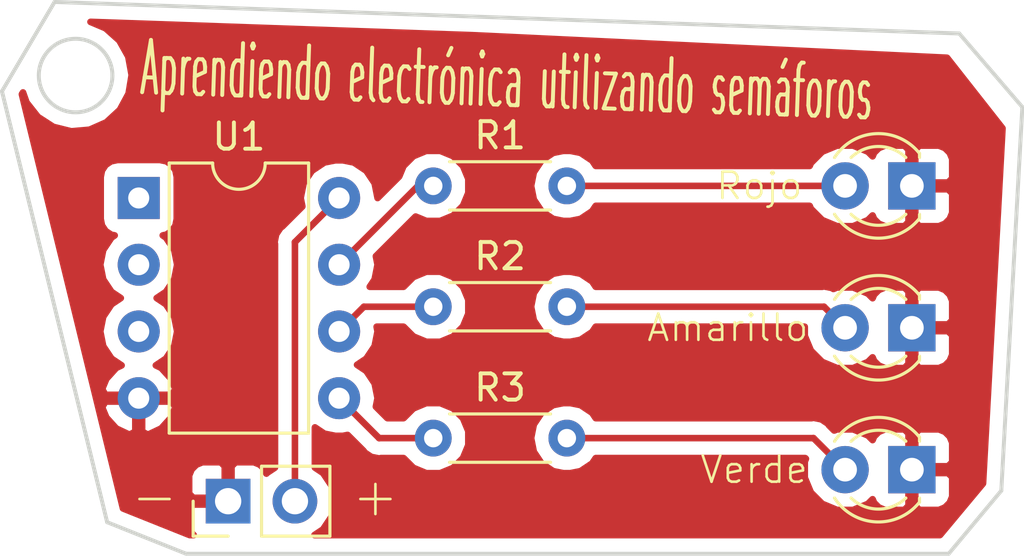
<source format=kicad_pcb>
(kicad_pcb (version 20171130) (host pcbnew 5.0.1-33cea8e~68~ubuntu18.04.1)

  (general
    (thickness 1.6)
    (drawings 15)
    (tracks 14)
    (zones 0)
    (modules 8)
    (nets 12)
  )

  (page A4)
  (layers
    (0 F.Cu signal)
    (31 B.Cu signal)
    (32 B.Adhes user)
    (33 F.Adhes user)
    (34 B.Paste user)
    (35 F.Paste user)
    (36 B.SilkS user)
    (37 F.SilkS user)
    (38 B.Mask user)
    (39 F.Mask user)
    (40 Dwgs.User user)
    (41 Cmts.User user)
    (42 Eco1.User user)
    (43 Eco2.User user)
    (44 Edge.Cuts user)
    (45 Margin user)
    (46 B.CrtYd user)
    (47 F.CrtYd user)
    (48 B.Fab user)
    (49 F.Fab user)
  )

  (setup
    (last_trace_width 0.25)
    (trace_clearance 0.2)
    (zone_clearance 0.508)
    (zone_45_only no)
    (trace_min 0.2)
    (segment_width 0.2)
    (edge_width 0.15)
    (via_size 0.8)
    (via_drill 0.4)
    (via_min_size 0.4)
    (via_min_drill 0.3)
    (uvia_size 0.3)
    (uvia_drill 0.1)
    (uvias_allowed no)
    (uvia_min_size 0.2)
    (uvia_min_drill 0.1)
    (pcb_text_width 0.3)
    (pcb_text_size 1.5 1.5)
    (mod_edge_width 0.15)
    (mod_text_size 1 1)
    (mod_text_width 0.15)
    (pad_size 1.524 1.524)
    (pad_drill 0.762)
    (pad_to_mask_clearance 0.051)
    (solder_mask_min_width 0.25)
    (aux_axis_origin 0 0)
    (visible_elements FFFFFF7F)
    (pcbplotparams
      (layerselection 0x010fc_ffffffff)
      (usegerberextensions false)
      (usegerberattributes false)
      (usegerberadvancedattributes false)
      (creategerberjobfile false)
      (excludeedgelayer true)
      (linewidth 0.100000)
      (plotframeref false)
      (viasonmask false)
      (mode 1)
      (useauxorigin false)
      (hpglpennumber 1)
      (hpglpenspeed 20)
      (hpglpendiameter 15.000000)
      (psnegative false)
      (psa4output false)
      (plotreference true)
      (plotvalue true)
      (plotinvisibletext false)
      (padsonsilk false)
      (subtractmaskfromsilk false)
      (outputformat 1)
      (mirror false)
      (drillshape 1)
      (scaleselection 1)
      (outputdirectory ""))
  )

  (net 0 "")
  (net 1 "Net-(D1-Pad2)")
  (net 2 "Net-(D2-Pad2)")
  (net 3 "Net-(D3-Pad2)")
  (net 4 "Net-(U1-Pad1)")
  (net 5 "Net-(U1-Pad2)")
  (net 6 "Net-(U1-Pad3)")
  (net 7 "Net-(R1-Pad1)")
  (net 8 "Net-(R2-Pad1)")
  (net 9 "Net-(R3-Pad1)")
  (net 10 GND)
  (net 11 +5V)

  (net_class Default "This is the default net class."
    (clearance 0.2)
    (trace_width 0.25)
    (via_dia 0.8)
    (via_drill 0.4)
    (uvia_dia 0.3)
    (uvia_drill 0.1)
    (add_net +5V)
    (add_net GND)
    (add_net "Net-(D1-Pad2)")
    (add_net "Net-(D2-Pad2)")
    (add_net "Net-(D3-Pad2)")
    (add_net "Net-(R1-Pad1)")
    (add_net "Net-(R2-Pad1)")
    (add_net "Net-(R3-Pad1)")
    (add_net "Net-(U1-Pad1)")
    (add_net "Net-(U1-Pad2)")
    (add_net "Net-(U1-Pad3)")
  )

  (module Connector_PinHeader_2.54mm:PinHeader_1x02_P2.54mm_Vertical (layer F.Cu) (tedit 5BEAD502) (tstamp 5C032AA2)
    (at 86.4 84.8 90)
    (descr "Through hole straight pin header, 1x02, 2.54mm pitch, single row")
    (tags "Through hole pin header THT 1x02 2.54mm single row")
    (path /5BEB1586)
    (fp_text reference J1 (at 0 -2.33 90) (layer F.SilkS) hide
      (effects (font (size 1 1) (thickness 0.15)))
    )
    (fp_text value Conn_01x02 (at -1.4 1.6 180) (layer F.Fab)
      (effects (font (size 1 1) (thickness 0.15)))
    )
    (fp_line (start -0.635 -1.27) (end 1.27 -1.27) (layer F.Fab) (width 0.1))
    (fp_line (start 1.27 -1.27) (end 1.27 3.81) (layer F.Fab) (width 0.1))
    (fp_line (start 1.27 3.81) (end -1.27 3.81) (layer F.Fab) (width 0.1))
    (fp_line (start -1.27 3.81) (end -1.27 -0.635) (layer F.Fab) (width 0.1))
    (fp_line (start -1.27 -0.635) (end -0.635 -1.27) (layer F.Fab) (width 0.1))
    (fp_line (start -1.33 3.87) (end 1.33 3.87) (layer F.SilkS) (width 0.12))
    (fp_line (start -1.33 1.27) (end -1.33 3.87) (layer F.SilkS) (width 0.12))
    (fp_line (start 1.33 1.27) (end 1.33 3.87) (layer F.SilkS) (width 0.12))
    (fp_line (start -1.33 1.27) (end 1.33 1.27) (layer F.SilkS) (width 0.12))
    (fp_line (start -1.33 0) (end -1.33 -1.33) (layer F.SilkS) (width 0.12))
    (fp_line (start -1.33 -1.33) (end 0 -1.33) (layer F.SilkS) (width 0.12))
    (fp_line (start -1.8 -1.8) (end -1.8 4.35) (layer F.CrtYd) (width 0.05))
    (fp_line (start -1.8 4.35) (end 1.8 4.35) (layer F.CrtYd) (width 0.05))
    (fp_line (start 1.8 4.35) (end 1.8 -1.8) (layer F.CrtYd) (width 0.05))
    (fp_line (start 1.8 -1.8) (end -1.8 -1.8) (layer F.CrtYd) (width 0.05))
    (fp_text user %R (at 0 1.27 180) (layer F.Fab)
      (effects (font (size 1 1) (thickness 0.15)))
    )
    (pad 1 thru_hole rect (at 0 0 90) (size 1.7 1.7) (drill 1) (layers *.Cu *.Mask)
      (net 10 GND))
    (pad 2 thru_hole oval (at 0 2.54 90) (size 1.7 1.7) (drill 1) (layers *.Cu *.Mask)
      (net 11 +5V))
    (model ${KISYS3DMOD}/Connector_PinHeader_2.54mm.3dshapes/PinHeader_1x02_P2.54mm_Vertical.wrl
      (at (xyz 0 0 0))
      (scale (xyz 1 1 1))
      (rotate (xyz 0 0 0))
    )
  )

  (module Package_DIP:DIP-8_W7.62mm (layer F.Cu) (tedit 5A02E8C5) (tstamp 5BEAD1F1)
    (at 83 73.26)
    (descr "8-lead though-hole mounted DIP package, row spacing 7.62 mm (300 mils)")
    (tags "THT DIP DIL PDIP 2.54mm 7.62mm 300mil")
    (path /5BEADE4F)
    (fp_text reference U1 (at 3.81 -2.33) (layer F.SilkS)
      (effects (font (size 1 1) (thickness 0.15)))
    )
    (fp_text value ATtiny85-20PU (at 2 2.54 90) (layer F.Fab)
      (effects (font (size 1 1) (thickness 0.15)))
    )
    (fp_arc (start 3.81 -1.33) (end 2.81 -1.33) (angle -180) (layer F.SilkS) (width 0.12))
    (fp_line (start 1.635 -1.27) (end 6.985 -1.27) (layer F.Fab) (width 0.1))
    (fp_line (start 6.985 -1.27) (end 6.985 8.89) (layer F.Fab) (width 0.1))
    (fp_line (start 6.985 8.89) (end 0.635 8.89) (layer F.Fab) (width 0.1))
    (fp_line (start 0.635 8.89) (end 0.635 -0.27) (layer F.Fab) (width 0.1))
    (fp_line (start 0.635 -0.27) (end 1.635 -1.27) (layer F.Fab) (width 0.1))
    (fp_line (start 2.81 -1.33) (end 1.16 -1.33) (layer F.SilkS) (width 0.12))
    (fp_line (start 1.16 -1.33) (end 1.16 8.95) (layer F.SilkS) (width 0.12))
    (fp_line (start 1.16 8.95) (end 6.46 8.95) (layer F.SilkS) (width 0.12))
    (fp_line (start 6.46 8.95) (end 6.46 -1.33) (layer F.SilkS) (width 0.12))
    (fp_line (start 6.46 -1.33) (end 4.81 -1.33) (layer F.SilkS) (width 0.12))
    (fp_line (start -1.1 -1.55) (end -1.1 9.15) (layer F.CrtYd) (width 0.05))
    (fp_line (start -1.1 9.15) (end 8.7 9.15) (layer F.CrtYd) (width 0.05))
    (fp_line (start 8.7 9.15) (end 8.7 -1.55) (layer F.CrtYd) (width 0.05))
    (fp_line (start 8.7 -1.55) (end -1.1 -1.55) (layer F.CrtYd) (width 0.05))
    (fp_text user %R (at 3.556 3.048) (layer F.Fab)
      (effects (font (size 1 1) (thickness 0.15)))
    )
    (pad 1 thru_hole rect (at 0 0) (size 1.6 1.6) (drill 0.8) (layers *.Cu *.Mask)
      (net 4 "Net-(U1-Pad1)"))
    (pad 5 thru_hole oval (at 7.62 7.62) (size 1.6 1.6) (drill 0.8) (layers *.Cu *.Mask)
      (net 9 "Net-(R3-Pad1)"))
    (pad 2 thru_hole oval (at 0 2.54) (size 1.6 1.6) (drill 0.8) (layers *.Cu *.Mask)
      (net 5 "Net-(U1-Pad2)"))
    (pad 6 thru_hole oval (at 7.62 5.08) (size 1.6 1.6) (drill 0.8) (layers *.Cu *.Mask)
      (net 8 "Net-(R2-Pad1)"))
    (pad 3 thru_hole oval (at 0 5.08) (size 1.6 1.6) (drill 0.8) (layers *.Cu *.Mask)
      (net 6 "Net-(U1-Pad3)"))
    (pad 7 thru_hole oval (at 7.62 2.54) (size 1.6 1.6) (drill 0.8) (layers *.Cu *.Mask)
      (net 7 "Net-(R1-Pad1)"))
    (pad 4 thru_hole oval (at 0 7.62) (size 1.6 1.6) (drill 0.8) (layers *.Cu *.Mask)
      (net 10 GND))
    (pad 8 thru_hole oval (at 7.62 0) (size 1.6 1.6) (drill 0.8) (layers *.Cu *.Mask)
      (net 11 +5V))
    (model ${KISYS3DMOD}/Package_DIP.3dshapes/DIP-8_W7.62mm.wrl
      (at (xyz 0 0 0))
      (scale (xyz 1 1 1))
      (rotate (xyz 0 0 0))
    )
  )

  (module LED_THT:LED_D3.0mm_FlatTop (layer F.Cu) (tedit 5BEAD244) (tstamp 5BF5F757)
    (at 112.4 72.8 180)
    (descr "LED, Round, FlatTop, diameter 3.0mm, 2 pins, http://www.kingbright.com/attachments/file/psearch/000/00/00/L-47XEC(Ver.9A).pdf")
    (tags "LED Round FlatTop diameter 3.0mm 2 pins")
    (path /5BEA0AC0)
    (fp_text reference D1 (at -3.2 1.3 180) (layer F.SilkS) hide
      (effects (font (size 1 1) (thickness 0.15)))
    )
    (fp_text value LED (at 1.27 2.96 180) (layer F.Fab)
      (effects (font (size 1 1) (thickness 0.15)))
    )
    (fp_arc (start 1.27 0) (end -0.23 -1.16619) (angle 284.3) (layer F.Fab) (width 0.1))
    (fp_arc (start 1.27 0) (end -0.29 -1.235516) (angle 108.8) (layer F.SilkS) (width 0.12))
    (fp_arc (start 1.27 0) (end -0.29 1.235516) (angle -108.8) (layer F.SilkS) (width 0.12))
    (fp_arc (start 1.27 0) (end 0.229039 -1.08) (angle 87.9) (layer F.SilkS) (width 0.12))
    (fp_arc (start 1.27 0) (end 0.229039 1.08) (angle -87.9) (layer F.SilkS) (width 0.12))
    (fp_circle (center 1.27 0) (end 2.77 0) (layer F.Fab) (width 0.1))
    (fp_line (start -0.23 -1.16619) (end -0.23 1.16619) (layer F.Fab) (width 0.1))
    (fp_line (start -0.29 -1.236) (end -0.29 -1.08) (layer F.SilkS) (width 0.12))
    (fp_line (start -0.29 1.08) (end -0.29 1.236) (layer F.SilkS) (width 0.12))
    (fp_line (start -1.15 -2.25) (end -1.15 2.25) (layer F.CrtYd) (width 0.05))
    (fp_line (start -1.15 2.25) (end 3.7 2.25) (layer F.CrtYd) (width 0.05))
    (fp_line (start 3.7 2.25) (end 3.7 -2.25) (layer F.CrtYd) (width 0.05))
    (fp_line (start 3.7 -2.25) (end -1.15 -2.25) (layer F.CrtYd) (width 0.05))
    (pad 1 thru_hole rect (at 0 0 180) (size 1.8 1.8) (drill 0.9) (layers *.Cu *.Mask)
      (net 10 GND))
    (pad 2 thru_hole circle (at 2.54 0 180) (size 1.8 1.8) (drill 0.9) (layers *.Cu *.Mask)
      (net 1 "Net-(D1-Pad2)"))
  )

  (module LED_THT:LED_D3.0mm_FlatTop (layer F.Cu) (tedit 5BEAD248) (tstamp 5BF5F76A)
    (at 112.4 78.2 180)
    (descr "LED, Round, FlatTop, diameter 3.0mm, 2 pins, http://www.kingbright.com/attachments/file/psearch/000/00/00/L-47XEC(Ver.9A).pdf")
    (tags "LED Round FlatTop diameter 3.0mm 2 pins")
    (path /5BEA0A2E)
    (fp_text reference D2 (at 1.27 -2.96 180) (layer F.SilkS) hide
      (effects (font (size 1 1) (thickness 0.15)))
    )
    (fp_text value LED (at 1.27 2.96 180) (layer F.Fab)
      (effects (font (size 1 1) (thickness 0.15)))
    )
    (fp_arc (start 1.27 0) (end -0.23 -1.16619) (angle 284.3) (layer F.Fab) (width 0.1))
    (fp_arc (start 1.27 0) (end -0.29 -1.235516) (angle 108.8) (layer F.SilkS) (width 0.12))
    (fp_arc (start 1.27 0) (end -0.29 1.235516) (angle -108.8) (layer F.SilkS) (width 0.12))
    (fp_arc (start 1.27 0) (end 0.229039 -1.08) (angle 87.9) (layer F.SilkS) (width 0.12))
    (fp_arc (start 1.27 0) (end 0.229039 1.08) (angle -87.9) (layer F.SilkS) (width 0.12))
    (fp_circle (center 1.27 0) (end 2.77 0) (layer F.Fab) (width 0.1))
    (fp_line (start -0.23 -1.16619) (end -0.23 1.16619) (layer F.Fab) (width 0.1))
    (fp_line (start -0.29 -1.236) (end -0.29 -1.08) (layer F.SilkS) (width 0.12))
    (fp_line (start -0.29 1.08) (end -0.29 1.236) (layer F.SilkS) (width 0.12))
    (fp_line (start -1.15 -2.25) (end -1.15 2.25) (layer F.CrtYd) (width 0.05))
    (fp_line (start -1.15 2.25) (end 3.7 2.25) (layer F.CrtYd) (width 0.05))
    (fp_line (start 3.7 2.25) (end 3.7 -2.25) (layer F.CrtYd) (width 0.05))
    (fp_line (start 3.7 -2.25) (end -1.15 -2.25) (layer F.CrtYd) (width 0.05))
    (pad 1 thru_hole rect (at 0 0 180) (size 1.8 1.8) (drill 0.9) (layers *.Cu *.Mask)
      (net 10 GND))
    (pad 2 thru_hole circle (at 2.54 0 180) (size 1.8 1.8) (drill 0.9) (layers *.Cu *.Mask)
      (net 2 "Net-(D2-Pad2)"))
    (model ${KISYS3DMOD}/LED_THT.3dshapes/LED_D3.0mm_IRBlack.step
      (at (xyz 0 0 0))
      (scale (xyz 1 1 1))
      (rotate (xyz 0 0 0))
    )
  )

  (module LED_THT:LED_D3.0mm_FlatTop (layer F.Cu) (tedit 5BEAD24D) (tstamp 5BF5F77D)
    (at 112.4 83.6 180)
    (descr "LED, Round, FlatTop, diameter 3.0mm, 2 pins, http://www.kingbright.com/attachments/file/psearch/000/00/00/L-47XEC(Ver.9A).pdf")
    (tags "LED Round FlatTop diameter 3.0mm 2 pins")
    (path /5BEA0A92)
    (fp_text reference D3 (at 1.6 -1.6 180) (layer F.SilkS) hide
      (effects (font (size 1 1) (thickness 0.15)))
    )
    (fp_text value LED (at 1.27 2.96 180) (layer F.Fab)
      (effects (font (size 1 1) (thickness 0.15)))
    )
    (fp_line (start 3.7 -2.25) (end -1.15 -2.25) (layer F.CrtYd) (width 0.05))
    (fp_line (start 3.7 2.25) (end 3.7 -2.25) (layer F.CrtYd) (width 0.05))
    (fp_line (start -1.15 2.25) (end 3.7 2.25) (layer F.CrtYd) (width 0.05))
    (fp_line (start -1.15 -2.25) (end -1.15 2.25) (layer F.CrtYd) (width 0.05))
    (fp_line (start -0.29 1.08) (end -0.29 1.236) (layer F.SilkS) (width 0.12))
    (fp_line (start -0.29 -1.236) (end -0.29 -1.08) (layer F.SilkS) (width 0.12))
    (fp_line (start -0.23 -1.16619) (end -0.23 1.16619) (layer F.Fab) (width 0.1))
    (fp_circle (center 1.27 0) (end 2.77 0) (layer F.Fab) (width 0.1))
    (fp_arc (start 1.27 0) (end 0.229039 1.08) (angle -87.9) (layer F.SilkS) (width 0.12))
    (fp_arc (start 1.27 0) (end 0.229039 -1.08) (angle 87.9) (layer F.SilkS) (width 0.12))
    (fp_arc (start 1.27 0) (end -0.29 1.235516) (angle -108.8) (layer F.SilkS) (width 0.12))
    (fp_arc (start 1.27 0) (end -0.29 -1.235516) (angle 108.8) (layer F.SilkS) (width 0.12))
    (fp_arc (start 1.27 0) (end -0.23 -1.16619) (angle 284.3) (layer F.Fab) (width 0.1))
    (pad 2 thru_hole circle (at 2.54 0 180) (size 1.8 1.8) (drill 0.9) (layers *.Cu *.Mask)
      (net 3 "Net-(D3-Pad2)"))
    (pad 1 thru_hole rect (at 0 0 180) (size 1.8 1.8) (drill 0.9) (layers *.Cu *.Mask)
      (net 10 GND))
    (model ${KISYS3DMOD}/LED_THT.3dshapes/LED_D3.0mm_FlatTop.wrl
      (at (xyz 0 0 0))
      (scale (xyz 1 1 1))
      (rotate (xyz 0 0 0))
    )
  )

  (module Resistor_THT:R_Axial_DIN0204_L3.6mm_D1.6mm_P5.08mm_Horizontal (layer F.Cu) (tedit 5A24F4B6) (tstamp 5BF6A6C8)
    (at 94.2 72.8)
    (descr "Resistor, Axial_DIN0204 series, Axial, Horizontal, pin pitch=5.08mm, 0.167W, length*diameter=3.6*1.6mm^2, http://cdn-reichelt.de/documents/datenblatt/B400/1_4W%23YAG.pdf")
    (tags "Resistor Axial_DIN0204 series Axial Horizontal pin pitch 5.08mm 0.167W length 3.6mm diameter 1.6mm")
    (path /5BEA0764)
    (fp_text reference R1 (at 2.54 -1.92) (layer F.SilkS)
      (effects (font (size 1 1) (thickness 0.15)))
    )
    (fp_text value R (at 2.54 1.92) (layer F.Fab)
      (effects (font (size 1 1) (thickness 0.15)))
    )
    (fp_text user %R (at 2.54 0) (layer F.Fab)
      (effects (font (size 0.72 0.72) (thickness 0.108)))
    )
    (fp_line (start 6.05 -1.2) (end -0.95 -1.2) (layer F.CrtYd) (width 0.05))
    (fp_line (start 6.05 1.2) (end 6.05 -1.2) (layer F.CrtYd) (width 0.05))
    (fp_line (start -0.95 1.2) (end 6.05 1.2) (layer F.CrtYd) (width 0.05))
    (fp_line (start -0.95 -1.2) (end -0.95 1.2) (layer F.CrtYd) (width 0.05))
    (fp_line (start 0.62 0.92) (end 4.46 0.92) (layer F.SilkS) (width 0.12))
    (fp_line (start 0.62 -0.92) (end 4.46 -0.92) (layer F.SilkS) (width 0.12))
    (fp_line (start 5.08 0) (end 4.34 0) (layer F.Fab) (width 0.1))
    (fp_line (start 0 0) (end 0.74 0) (layer F.Fab) (width 0.1))
    (fp_line (start 4.34 -0.8) (end 0.74 -0.8) (layer F.Fab) (width 0.1))
    (fp_line (start 4.34 0.8) (end 4.34 -0.8) (layer F.Fab) (width 0.1))
    (fp_line (start 0.74 0.8) (end 4.34 0.8) (layer F.Fab) (width 0.1))
    (fp_line (start 0.74 -0.8) (end 0.74 0.8) (layer F.Fab) (width 0.1))
    (pad 2 thru_hole oval (at 5.08 0) (size 1.4 1.4) (drill 0.7) (layers *.Cu *.Mask)
      (net 1 "Net-(D1-Pad2)"))
    (pad 1 thru_hole circle (at 0 0) (size 1.4 1.4) (drill 0.7) (layers *.Cu *.Mask)
      (net 7 "Net-(R1-Pad1)"))
    (model ${KISYS3DMOD}/Resistor_THT.3dshapes/R_Axial_DIN0204_L3.6mm_D1.6mm_P5.08mm_Horizontal.wrl
      (at (xyz 0 0 0))
      (scale (xyz 1 1 1))
      (rotate (xyz 0 0 0))
    )
  )

  (module Resistor_THT:R_Axial_DIN0204_L3.6mm_D1.6mm_P5.08mm_Horizontal (layer F.Cu) (tedit 5A24F4B6) (tstamp 5BF5F7A3)
    (at 94.2 77.4)
    (descr "Resistor, Axial_DIN0204 series, Axial, Horizontal, pin pitch=5.08mm, 0.167W, length*diameter=3.6*1.6mm^2, http://cdn-reichelt.de/documents/datenblatt/B400/1_4W%23YAG.pdf")
    (tags "Resistor Axial_DIN0204 series Axial Horizontal pin pitch 5.08mm 0.167W length 3.6mm diameter 1.6mm")
    (path /5BEA079E)
    (fp_text reference R2 (at 2.54 -1.92) (layer F.SilkS)
      (effects (font (size 1 1) (thickness 0.15)))
    )
    (fp_text value R (at 2.54 1.92) (layer F.Fab)
      (effects (font (size 1 1) (thickness 0.15)))
    )
    (fp_line (start 0.74 -0.8) (end 0.74 0.8) (layer F.Fab) (width 0.1))
    (fp_line (start 0.74 0.8) (end 4.34 0.8) (layer F.Fab) (width 0.1))
    (fp_line (start 4.34 0.8) (end 4.34 -0.8) (layer F.Fab) (width 0.1))
    (fp_line (start 4.34 -0.8) (end 0.74 -0.8) (layer F.Fab) (width 0.1))
    (fp_line (start 0 0) (end 0.74 0) (layer F.Fab) (width 0.1))
    (fp_line (start 5.08 0) (end 4.34 0) (layer F.Fab) (width 0.1))
    (fp_line (start 0.62 -0.92) (end 4.46 -0.92) (layer F.SilkS) (width 0.12))
    (fp_line (start 0.62 0.92) (end 4.46 0.92) (layer F.SilkS) (width 0.12))
    (fp_line (start -0.95 -1.2) (end -0.95 1.2) (layer F.CrtYd) (width 0.05))
    (fp_line (start -0.95 1.2) (end 6.05 1.2) (layer F.CrtYd) (width 0.05))
    (fp_line (start 6.05 1.2) (end 6.05 -1.2) (layer F.CrtYd) (width 0.05))
    (fp_line (start 6.05 -1.2) (end -0.95 -1.2) (layer F.CrtYd) (width 0.05))
    (fp_text user %R (at 2.54 0) (layer F.Fab)
      (effects (font (size 0.72 0.72) (thickness 0.108)))
    )
    (pad 1 thru_hole circle (at 0 0) (size 1.4 1.4) (drill 0.7) (layers *.Cu *.Mask)
      (net 8 "Net-(R2-Pad1)"))
    (pad 2 thru_hole oval (at 5.08 0) (size 1.4 1.4) (drill 0.7) (layers *.Cu *.Mask)
      (net 2 "Net-(D2-Pad2)"))
    (model ${KISYS3DMOD}/Resistor_THT.3dshapes/R_Axial_DIN0204_L3.6mm_D1.6mm_P5.08mm_Horizontal.wrl
      (at (xyz 0 0 0))
      (scale (xyz 1 1 1))
      (rotate (xyz 0 0 0))
    )
  )

  (module Resistor_THT:R_Axial_DIN0204_L3.6mm_D1.6mm_P5.08mm_Horizontal (layer F.Cu) (tedit 5A24F4B6) (tstamp 5BF5F7B6)
    (at 94.2 82.4)
    (descr "Resistor, Axial_DIN0204 series, Axial, Horizontal, pin pitch=5.08mm, 0.167W, length*diameter=3.6*1.6mm^2, http://cdn-reichelt.de/documents/datenblatt/B400/1_4W%23YAG.pdf")
    (tags "Resistor Axial_DIN0204 series Axial Horizontal pin pitch 5.08mm 0.167W length 3.6mm diameter 1.6mm")
    (path /5BEA06E4)
    (fp_text reference R3 (at 2.54 -1.92) (layer F.SilkS)
      (effects (font (size 1 1) (thickness 0.15)))
    )
    (fp_text value R (at 2.54 1.92) (layer F.Fab)
      (effects (font (size 1 1) (thickness 0.15)))
    )
    (fp_line (start 0.74 -0.8) (end 0.74 0.8) (layer F.Fab) (width 0.1))
    (fp_line (start 0.74 0.8) (end 4.34 0.8) (layer F.Fab) (width 0.1))
    (fp_line (start 4.34 0.8) (end 4.34 -0.8) (layer F.Fab) (width 0.1))
    (fp_line (start 4.34 -0.8) (end 0.74 -0.8) (layer F.Fab) (width 0.1))
    (fp_line (start 0 0) (end 0.74 0) (layer F.Fab) (width 0.1))
    (fp_line (start 5.08 0) (end 4.34 0) (layer F.Fab) (width 0.1))
    (fp_line (start 0.62 -0.92) (end 4.46 -0.92) (layer F.SilkS) (width 0.12))
    (fp_line (start 0.62 0.92) (end 4.46 0.92) (layer F.SilkS) (width 0.12))
    (fp_line (start -0.95 -1.2) (end -0.95 1.2) (layer F.CrtYd) (width 0.05))
    (fp_line (start -0.95 1.2) (end 6.05 1.2) (layer F.CrtYd) (width 0.05))
    (fp_line (start 6.05 1.2) (end 6.05 -1.2) (layer F.CrtYd) (width 0.05))
    (fp_line (start 6.05 -1.2) (end -0.95 -1.2) (layer F.CrtYd) (width 0.05))
    (fp_text user %R (at 2.54 0) (layer F.Fab)
      (effects (font (size 0.72 0.72) (thickness 0.108)))
    )
    (pad 1 thru_hole circle (at 0 0) (size 1.4 1.4) (drill 0.7) (layers *.Cu *.Mask)
      (net 9 "Net-(R3-Pad1)"))
    (pad 2 thru_hole oval (at 5.08 0) (size 1.4 1.4) (drill 0.7) (layers *.Cu *.Mask)
      (net 3 "Net-(D3-Pad2)"))
    (model ${KISYS3DMOD}/Resistor_THT.3dshapes/R_Axial_DIN0204_L3.6mm_D1.6mm_P5.08mm_Horizontal.wrl
      (at (xyz 0 0 0))
      (scale (xyz 1 1 1))
      (rotate (xyz 0 0 0))
    )
  )

  (gr_line (start 77.8 69.2) (end 79.8 65.8) (layer Edge.Cuts) (width 0.15))
  (gr_text + (at 92 84.6) (layer F.SilkS) (tstamp 5BF7C868)
    (effects (font (size 1.5 1.5) (thickness 0.1)))
  )
  (gr_text - (at 83.6 84.6) (layer F.SilkS)
    (effects (font (size 1.5 1.5) (thickness 0.1)))
  )
  (gr_text Verde (at 106.4 83.6) (layer F.SilkS) (tstamp 5BF6ADDF)
    (effects (font (size 1 1) (thickness 0.1)))
  )
  (gr_text Amarillo (at 105.4 78.2) (layer F.SilkS) (tstamp 5BF6ADDD)
    (effects (font (size 1 1) (thickness 0.1)))
  )
  (gr_text Rojo (at 106.6 72.8) (layer F.SilkS)
    (effects (font (size 1 1) (thickness 0.1)))
  )
  (gr_text "Aprendiendo electrónica utilizando semáforos" (at 97 68.8 -2) (layer F.SilkS)
    (effects (font (size 2 0.8) (thickness 0.15)))
  )
  (gr_line (start 115.8 84.4) (end 113.8 86.8) (layer Edge.Cuts) (width 0.15))
  (gr_line (start 116.6 69.8) (end 114.2 67) (layer Edge.Cuts) (width 0.15))
  (gr_circle (center 80.6 68.6) (end 82 68.6) (layer Edge.Cuts) (width 0.15))
  (gr_line (start 81.8 85.6) (end 77.8 69.2) (layer Edge.Cuts) (width 0.15))
  (gr_line (start 84.8 86.8) (end 81.8 85.6) (layer Edge.Cuts) (width 0.15))
  (gr_line (start 113.8 86.8) (end 84.8 86.8) (layer Edge.Cuts) (width 0.15))
  (gr_line (start 116.6 69.8) (end 115.8 84.4) (layer Edge.Cuts) (width 0.15))
  (gr_line (start 79.8 65.8) (end 114.2 67) (layer Edge.Cuts) (width 0.15))

  (segment (start 99.28 72.8) (end 109.86 72.8) (width 0.25) (layer F.Cu) (net 1))
  (segment (start 109.06 77.4) (end 109.86 78.2) (width 0.25) (layer F.Cu) (net 2))
  (segment (start 99.28 77.4) (end 109.06 77.4) (width 0.25) (layer F.Cu) (net 2))
  (segment (start 108.66 82.4) (end 109.86 83.6) (width 0.25) (layer F.Cu) (net 3))
  (segment (start 99.28 82.4) (end 108.66 82.4) (width 0.25) (layer F.Cu) (net 3))
  (segment (start 93.62 72.8) (end 94.2 72.8) (width 0.25) (layer F.Cu) (net 7))
  (segment (start 90.62 75.8) (end 93.62 72.8) (width 0.25) (layer F.Cu) (net 7))
  (segment (start 91.56 77.4) (end 94.2 77.4) (width 0.25) (layer F.Cu) (net 8))
  (segment (start 90.62 78.34) (end 91.56 77.4) (width 0.25) (layer F.Cu) (net 8))
  (segment (start 92.14 82.4) (end 94.2 82.4) (width 0.25) (layer F.Cu) (net 9))
  (segment (start 90.62 80.88) (end 92.14 82.4) (width 0.25) (layer F.Cu) (net 9))
  (segment (start 83.58 80.88) (end 83 80.88) (width 0.25) (layer F.Cu) (net 10))
  (segment (start 88.94 74.94) (end 90.62 73.26) (width 0.25) (layer F.Cu) (net 11))
  (segment (start 88.94 84.8) (end 88.94 74.94) (width 0.25) (layer F.Cu) (net 11))

  (zone (net 10) (net_name GND) (layer F.Cu) (tstamp 0) (hatch edge 0.508)
    (connect_pads (clearance 0.508))
    (min_thickness 0.254)
    (fill yes (arc_segments 16) (thermal_gap 0.508) (thermal_bridge_width 0.508))
    (polygon
      (pts
        (xy 113.8 67.8) (xy 116 70.6) (xy 115.4 84.2) (xy 113.4 86.4) (xy 84.6 86.4)
        (xy 82 85.4) (xy 78.2 69.4) (xy 80.2 66.2)
      )
    )
    (filled_polygon
      (pts
        (xy 95.687694 67.064653) (xy 113.735992 67.924096) (xy 115.844668 70.607865) (xy 115.103937 84.12622) (xy 113.467455 86.09)
        (xy 89.682307 86.09) (xy 90.010625 85.870625) (xy 90.338839 85.379418) (xy 90.454092 84.8) (xy 90.338839 84.220582)
        (xy 90.010625 83.729375) (xy 89.7 83.521822) (xy 89.7 81.991135) (xy 90.060091 82.23174) (xy 90.478667 82.315)
        (xy 90.761333 82.315) (xy 90.943886 82.278688) (xy 91.54967 82.884472) (xy 91.592071 82.947929) (xy 91.843463 83.115904)
        (xy 92.065148 83.16) (xy 92.065152 83.16) (xy 92.14 83.174888) (xy 92.214848 83.16) (xy 93.072025 83.16)
        (xy 93.443783 83.531758) (xy 93.934452 83.735) (xy 94.465548 83.735) (xy 94.956217 83.531758) (xy 95.331758 83.156217)
        (xy 95.535 82.665548) (xy 95.535 82.4) (xy 97.918846 82.4) (xy 98.022458 82.920891) (xy 98.317519 83.362481)
        (xy 98.759109 83.657542) (xy 99.148515 83.735) (xy 99.411485 83.735) (xy 99.800891 83.657542) (xy 100.242481 83.362481)
        (xy 100.377774 83.16) (xy 108.345199 83.16) (xy 108.37036 83.185161) (xy 108.325 83.29467) (xy 108.325 83.90533)
        (xy 108.55869 84.469507) (xy 108.990493 84.90131) (xy 109.55467 85.135) (xy 110.16533 85.135) (xy 110.729507 84.90131)
        (xy 110.905861 84.724956) (xy 110.961673 84.859699) (xy 111.140302 85.038327) (xy 111.373691 85.135) (xy 112.11425 85.135)
        (xy 112.273 84.97625) (xy 112.273 83.727) (xy 112.527 83.727) (xy 112.527 84.97625) (xy 112.68575 85.135)
        (xy 113.426309 85.135) (xy 113.659698 85.038327) (xy 113.838327 84.859699) (xy 113.935 84.62631) (xy 113.935 83.88575)
        (xy 113.77625 83.727) (xy 112.527 83.727) (xy 112.273 83.727) (xy 112.253 83.727) (xy 112.253 83.473)
        (xy 112.273 83.473) (xy 112.273 82.22375) (xy 112.527 82.22375) (xy 112.527 83.473) (xy 113.77625 83.473)
        (xy 113.935 83.31425) (xy 113.935 82.57369) (xy 113.838327 82.340301) (xy 113.659698 82.161673) (xy 113.426309 82.065)
        (xy 112.68575 82.065) (xy 112.527 82.22375) (xy 112.273 82.22375) (xy 112.11425 82.065) (xy 111.373691 82.065)
        (xy 111.140302 82.161673) (xy 110.961673 82.340301) (xy 110.905861 82.475044) (xy 110.729507 82.29869) (xy 110.16533 82.065)
        (xy 109.55467 82.065) (xy 109.445161 82.11036) (xy 109.250331 81.91553) (xy 109.207929 81.852071) (xy 108.956537 81.684096)
        (xy 108.734852 81.64) (xy 108.734847 81.64) (xy 108.66 81.625112) (xy 108.585153 81.64) (xy 100.377774 81.64)
        (xy 100.242481 81.437519) (xy 99.800891 81.142458) (xy 99.411485 81.065) (xy 99.148515 81.065) (xy 98.759109 81.142458)
        (xy 98.317519 81.437519) (xy 98.022458 81.879109) (xy 97.918846 82.4) (xy 95.535 82.4) (xy 95.535 82.134452)
        (xy 95.331758 81.643783) (xy 94.956217 81.268242) (xy 94.465548 81.065) (xy 93.934452 81.065) (xy 93.443783 81.268242)
        (xy 93.072025 81.64) (xy 92.454802 81.64) (xy 92.018688 81.203886) (xy 92.083113 80.88) (xy 91.97174 80.320091)
        (xy 91.654577 79.845423) (xy 91.302242 79.61) (xy 91.654577 79.374577) (xy 91.97174 78.899909) (xy 92.083113 78.34)
        (xy 92.047309 78.16) (xy 93.072025 78.16) (xy 93.443783 78.531758) (xy 93.934452 78.735) (xy 94.465548 78.735)
        (xy 94.956217 78.531758) (xy 95.331758 78.156217) (xy 95.535 77.665548) (xy 95.535 77.4) (xy 97.918846 77.4)
        (xy 98.022458 77.920891) (xy 98.317519 78.362481) (xy 98.759109 78.657542) (xy 99.148515 78.735) (xy 99.411485 78.735)
        (xy 99.800891 78.657542) (xy 100.242481 78.362481) (xy 100.377774 78.16) (xy 108.325 78.16) (xy 108.325 78.50533)
        (xy 108.55869 79.069507) (xy 108.990493 79.50131) (xy 109.55467 79.735) (xy 110.16533 79.735) (xy 110.729507 79.50131)
        (xy 110.905861 79.324956) (xy 110.961673 79.459699) (xy 111.140302 79.638327) (xy 111.373691 79.735) (xy 112.11425 79.735)
        (xy 112.273 79.57625) (xy 112.273 78.327) (xy 112.527 78.327) (xy 112.527 79.57625) (xy 112.68575 79.735)
        (xy 113.426309 79.735) (xy 113.659698 79.638327) (xy 113.838327 79.459699) (xy 113.935 79.22631) (xy 113.935 78.48575)
        (xy 113.77625 78.327) (xy 112.527 78.327) (xy 112.273 78.327) (xy 112.253 78.327) (xy 112.253 78.073)
        (xy 112.273 78.073) (xy 112.273 76.82375) (xy 112.527 76.82375) (xy 112.527 78.073) (xy 113.77625 78.073)
        (xy 113.935 77.91425) (xy 113.935 77.17369) (xy 113.838327 76.940301) (xy 113.659698 76.761673) (xy 113.426309 76.665)
        (xy 112.68575 76.665) (xy 112.527 76.82375) (xy 112.273 76.82375) (xy 112.11425 76.665) (xy 111.373691 76.665)
        (xy 111.140302 76.761673) (xy 110.961673 76.940301) (xy 110.905861 77.075044) (xy 110.729507 76.89869) (xy 110.16533 76.665)
        (xy 109.55467 76.665) (xy 109.414717 76.722971) (xy 109.356537 76.684096) (xy 109.134852 76.64) (xy 109.134847 76.64)
        (xy 109.06 76.625112) (xy 108.985153 76.64) (xy 100.377774 76.64) (xy 100.242481 76.437519) (xy 99.800891 76.142458)
        (xy 99.411485 76.065) (xy 99.148515 76.065) (xy 98.759109 76.142458) (xy 98.317519 76.437519) (xy 98.022458 76.879109)
        (xy 97.918846 77.4) (xy 95.535 77.4) (xy 95.535 77.134452) (xy 95.331758 76.643783) (xy 94.956217 76.268242)
        (xy 94.465548 76.065) (xy 93.934452 76.065) (xy 93.443783 76.268242) (xy 93.072025 76.64) (xy 91.784589 76.64)
        (xy 91.97174 76.359909) (xy 92.083113 75.8) (xy 92.018688 75.476113) (xy 93.528113 73.966689) (xy 93.934452 74.135)
        (xy 94.465548 74.135) (xy 94.956217 73.931758) (xy 95.331758 73.556217) (xy 95.535 73.065548) (xy 95.535 72.8)
        (xy 97.918846 72.8) (xy 98.022458 73.320891) (xy 98.317519 73.762481) (xy 98.759109 74.057542) (xy 99.148515 74.135)
        (xy 99.411485 74.135) (xy 99.800891 74.057542) (xy 100.242481 73.762481) (xy 100.377774 73.56) (xy 108.513331 73.56)
        (xy 108.55869 73.669507) (xy 108.990493 74.10131) (xy 109.55467 74.335) (xy 110.16533 74.335) (xy 110.729507 74.10131)
        (xy 110.905861 73.924956) (xy 110.961673 74.059699) (xy 111.140302 74.238327) (xy 111.373691 74.335) (xy 112.11425 74.335)
        (xy 112.273 74.17625) (xy 112.273 72.927) (xy 112.527 72.927) (xy 112.527 74.17625) (xy 112.68575 74.335)
        (xy 113.426309 74.335) (xy 113.659698 74.238327) (xy 113.838327 74.059699) (xy 113.935 73.82631) (xy 113.935 73.08575)
        (xy 113.77625 72.927) (xy 112.527 72.927) (xy 112.273 72.927) (xy 112.253 72.927) (xy 112.253 72.673)
        (xy 112.273 72.673) (xy 112.273 71.42375) (xy 112.527 71.42375) (xy 112.527 72.673) (xy 113.77625 72.673)
        (xy 113.935 72.51425) (xy 113.935 71.77369) (xy 113.838327 71.540301) (xy 113.659698 71.361673) (xy 113.426309 71.265)
        (xy 112.68575 71.265) (xy 112.527 71.42375) (xy 112.273 71.42375) (xy 112.11425 71.265) (xy 111.373691 71.265)
        (xy 111.140302 71.361673) (xy 110.961673 71.540301) (xy 110.905861 71.675044) (xy 110.729507 71.49869) (xy 110.16533 71.265)
        (xy 109.55467 71.265) (xy 108.990493 71.49869) (xy 108.55869 71.930493) (xy 108.513331 72.04) (xy 100.377774 72.04)
        (xy 100.242481 71.837519) (xy 99.800891 71.542458) (xy 99.411485 71.465) (xy 99.148515 71.465) (xy 98.759109 71.542458)
        (xy 98.317519 71.837519) (xy 98.022458 72.279109) (xy 97.918846 72.8) (xy 95.535 72.8) (xy 95.535 72.534452)
        (xy 95.331758 72.043783) (xy 94.956217 71.668242) (xy 94.465548 71.465) (xy 93.934452 71.465) (xy 93.443783 71.668242)
        (xy 93.068242 72.043783) (xy 92.903363 72.441835) (xy 92.082595 73.262603) (xy 92.083113 73.26) (xy 91.97174 72.700091)
        (xy 91.654577 72.225423) (xy 91.179909 71.90826) (xy 90.761333 71.825) (xy 90.478667 71.825) (xy 90.060091 71.90826)
        (xy 89.585423 72.225423) (xy 89.26826 72.700091) (xy 89.156887 73.26) (xy 89.221312 73.583886) (xy 88.455528 74.349671)
        (xy 88.392072 74.392071) (xy 88.349672 74.455527) (xy 88.349671 74.455528) (xy 88.224097 74.643463) (xy 88.165112 74.94)
        (xy 88.180001 75.014852) (xy 88.18 83.521822) (xy 87.869375 83.729375) (xy 87.854904 83.751033) (xy 87.788327 83.590302)
        (xy 87.609699 83.411673) (xy 87.37631 83.315) (xy 86.68575 83.315) (xy 86.527 83.47375) (xy 86.527 84.673)
        (xy 86.547 84.673) (xy 86.547 84.927) (xy 86.527 84.927) (xy 86.527 84.947) (xy 86.273 84.947)
        (xy 86.273 84.927) (xy 85.07375 84.927) (xy 84.915 85.08575) (xy 84.915 85.776309) (xy 85.011673 86.009698)
        (xy 85.091975 86.09) (xy 84.936734 86.09) (xy 82.403146 85.076565) (xy 82.097568 83.823691) (xy 84.915 83.823691)
        (xy 84.915 84.51425) (xy 85.07375 84.673) (xy 86.273 84.673) (xy 86.273 83.47375) (xy 86.11425 83.315)
        (xy 85.42369 83.315) (xy 85.190301 83.411673) (xy 85.011673 83.590302) (xy 84.915 83.823691) (xy 82.097568 83.823691)
        (xy 81.464726 81.229039) (xy 81.608096 81.229039) (xy 81.768959 81.617423) (xy 82.144866 82.032389) (xy 82.650959 82.271914)
        (xy 82.873 82.150629) (xy 82.873 81.007) (xy 83.127 81.007) (xy 83.127 82.150629) (xy 83.349041 82.271914)
        (xy 83.855134 82.032389) (xy 84.231041 81.617423) (xy 84.391904 81.229039) (xy 84.269915 81.007) (xy 83.127 81.007)
        (xy 82.873 81.007) (xy 81.730085 81.007) (xy 81.608096 81.229039) (xy 81.464726 81.229039) (xy 80.14057 75.8)
        (xy 81.536887 75.8) (xy 81.64826 76.359909) (xy 81.965423 76.834577) (xy 82.317758 77.07) (xy 81.965423 77.305423)
        (xy 81.64826 77.780091) (xy 81.536887 78.34) (xy 81.64826 78.899909) (xy 81.965423 79.374577) (xy 82.349108 79.630947)
        (xy 82.144866 79.727611) (xy 81.768959 80.142577) (xy 81.608096 80.530961) (xy 81.730085 80.753) (xy 82.873 80.753)
        (xy 82.873 80.733) (xy 83.127 80.733) (xy 83.127 80.753) (xy 84.269915 80.753) (xy 84.391904 80.530961)
        (xy 84.231041 80.142577) (xy 83.855134 79.727611) (xy 83.650892 79.630947) (xy 84.034577 79.374577) (xy 84.35174 78.899909)
        (xy 84.463113 78.34) (xy 84.35174 77.780091) (xy 84.034577 77.305423) (xy 83.682242 77.07) (xy 84.034577 76.834577)
        (xy 84.35174 76.359909) (xy 84.463113 75.8) (xy 84.35174 75.240091) (xy 84.034577 74.765423) (xy 83.913894 74.684785)
        (xy 84.047765 74.658157) (xy 84.257809 74.517809) (xy 84.398157 74.307765) (xy 84.44744 74.06) (xy 84.44744 72.46)
        (xy 84.398157 72.212235) (xy 84.257809 72.002191) (xy 84.047765 71.861843) (xy 83.8 71.81256) (xy 82.2 71.81256)
        (xy 81.952235 71.861843) (xy 81.742191 72.002191) (xy 81.601843 72.212235) (xy 81.55256 72.46) (xy 81.55256 74.06)
        (xy 81.601843 74.307765) (xy 81.742191 74.517809) (xy 81.952235 74.658157) (xy 82.086106 74.684785) (xy 81.965423 74.765423)
        (xy 81.64826 75.240091) (xy 81.536887 75.8) (xy 80.14057 75.8) (xy 78.558047 69.311658) (xy 78.598738 69.242483)
        (xy 78.733467 69.626135) (xy 79.166483 70.175414) (xy 79.754075 70.554817) (xy 80.432882 70.723434) (xy 81.129709 70.663082)
        (xy 81.769419 70.38027) (xy 82.28303 69.905492) (xy 82.615162 69.289944) (xy 82.73 68.6) (xy 82.729737 68.566543)
        (xy 82.604076 67.878488) (xy 82.262317 67.268233) (xy 81.741311 66.801582) (xy 81.166293 66.558093)
      )
    )
  )
)

</source>
